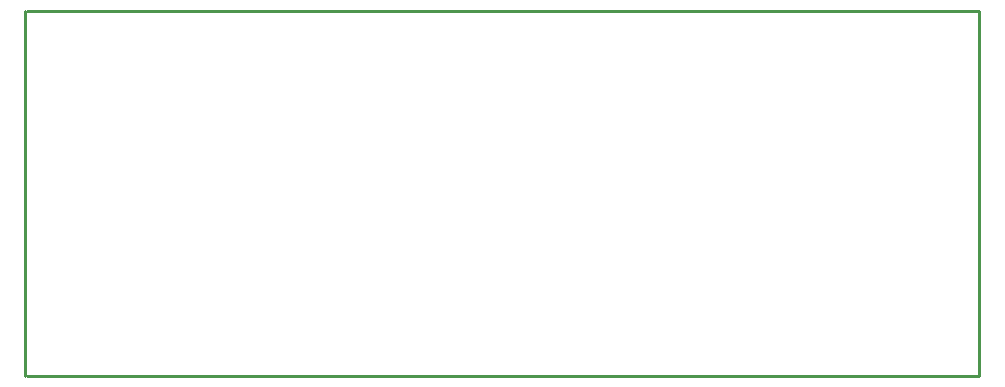
<source format=gko>
%FSLAX23Y23*%
%MOIN*%
G70*
G01*
G75*
%ADD10C,0.010*%
%ADD11C,0.050*%
%ADD12R,0.157X0.079*%
%ADD13R,0.100X0.080*%
%ADD14C,0.012*%
%ADD15C,0.015*%
%ADD16C,0.008*%
%ADD17C,0.006*%
%ADD18C,0.009*%
%ADD19C,0.070*%
%ADD20R,0.070X0.070*%
%ADD21C,0.217*%
%ADD22C,0.217*%
%ADD23C,0.058*%
%ADD24C,0.100*%
%ADD25C,0.118*%
%ADD26R,0.118X0.118*%
%ADD27C,0.040*%
%ADD28R,0.083X0.060*%
%ADD29R,0.060X0.083*%
%ADD30R,0.157X0.079*%
%ADD31R,0.036X0.036*%
%ADD32R,0.036X0.050*%
%ADD33R,0.064X0.054*%
%ADD34R,0.060X0.083*%
%ADD35R,0.031X0.102*%
%ADD36O,0.031X0.102*%
%ADD37R,0.054X0.064*%
%ADD38O,0.031X0.087*%
%ADD39R,0.031X0.087*%
%ADD40R,0.197X0.244*%
%ADD41R,0.060X0.050*%
%ADD42C,0.016*%
%ADD43C,0.079*%
%ADD44C,0.010*%
%ADD45C,0.016*%
%ADD46C,0.039*%
%ADD47C,0.008*%
%ADD48R,0.591X0.354*%
%ADD49C,0.008*%
%ADD50C,0.003*%
%ADD51C,0.005*%
%ADD52R,0.165X0.087*%
%ADD53R,0.108X0.088*%
%ADD54C,0.078*%
%ADD55R,0.078X0.078*%
%ADD56C,0.225*%
%ADD57C,0.225*%
%ADD58C,0.066*%
%ADD59C,0.108*%
%ADD60C,0.126*%
%ADD61R,0.126X0.126*%
%ADD62R,0.091X0.068*%
%ADD63R,0.068X0.091*%
%ADD64R,0.165X0.087*%
%ADD65R,0.044X0.044*%
%ADD66R,0.044X0.058*%
%ADD67R,0.072X0.062*%
%ADD68R,0.068X0.091*%
%ADD69R,0.039X0.110*%
%ADD70O,0.039X0.110*%
%ADD71R,0.062X0.072*%
%ADD72O,0.039X0.095*%
%ADD73R,0.039X0.095*%
%ADD74R,0.205X0.252*%
%ADD75R,0.068X0.058*%
D10*
X10953Y7602D02*
Y8820D01*
X7778D02*
X10948D01*
X7773Y7602D02*
Y8820D01*
X7778Y7602D02*
X10948D01*
M02*

</source>
